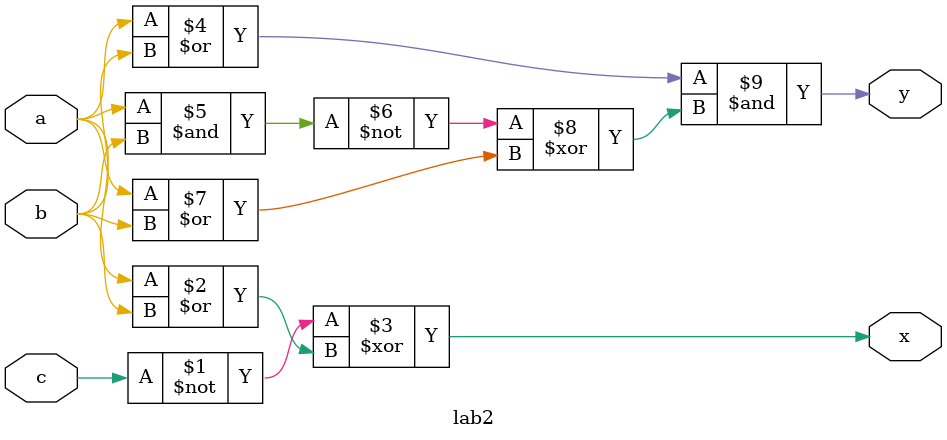
<source format=sv>

module lab2(
    input a,
    input b,
    input c,
    output x,
    output y
    );
     assign x=(~c^(a|b));
     assign y=((a|b)&((~(a&b))^(a|b)));
endmodule
</source>
